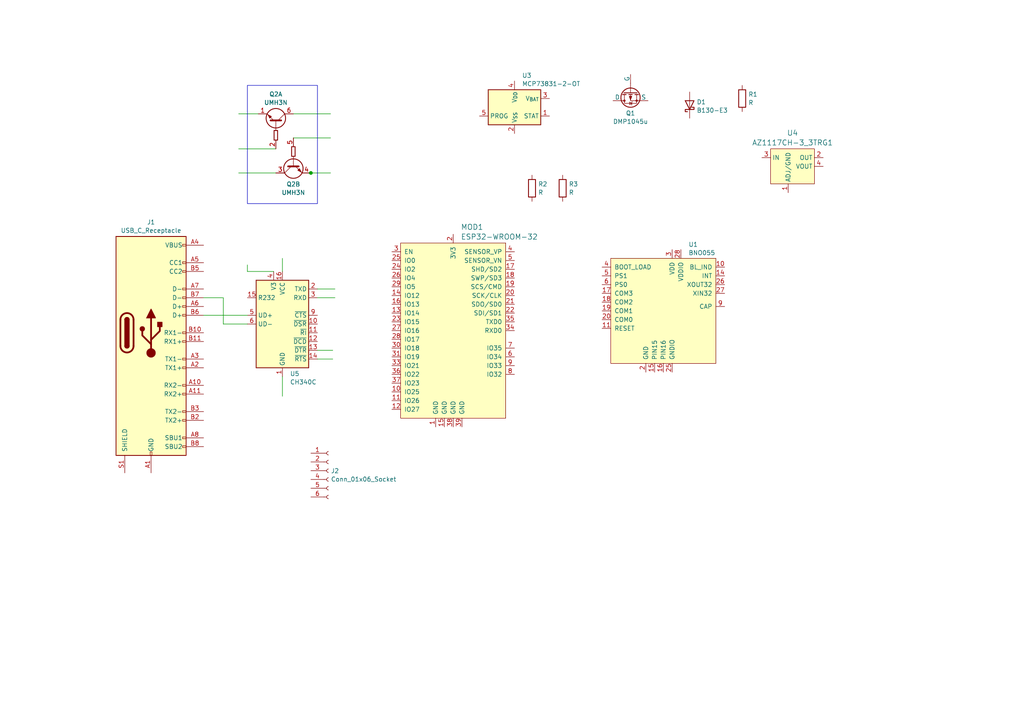
<source format=kicad_sch>
(kicad_sch (version 20230121) (generator eeschema)
  (paper "A4")
  (lib_symbols
    (symbol "Battery_Management:MCP73831-2-OT"
      (property "Reference" "U" (at -7.62 6.35 0))
      (property "Value" "MCP73831-2-OT" (at 1.27 6.35 0))
      (symbol "MCP73831-2-OT_0_1"
        (rectangle (start -7.62 5.08) (end 7.62 -5.08) (stroke (width 0.254)) (fill (type background)))
      )
      (symbol "MCP73831-2-OT_1_1"
        (pin output line (at 10.16 -2.54 180) (length 2.54) (name "STAT") (number "1"))
        (pin power_in line (at 0 -7.62 90) (length 2.54) (name "V_{SS}") (number "2"))
        (pin power_out line (at 10.16 2.54 180) (length 2.54) (name "V_{BAT}") (number "3"))
        (pin power_in line (at 0 7.62 270) (length 2.54) (name "V_{DD}") (number "4"))
        (pin input line (at -10.16 -2.54 0) (length 2.54) (name "PROG") (number "5"))
      )
    )
    (symbol "Connector:Conn_01x06_Socket" (pin_names (offset 1.016) hide)
      (property "Reference" "J" (at 0 7.62 0))
      (property "Value" "Conn_01x06_Socket" (at 0 -10.16 0))
      (symbol "Conn_01x06_Socket_1_1"
        (arc (start 0 -7.112) (mid -0.5058 -7.62) (end 0 -8.128) (stroke (width 0.1524)))
        (arc (start 0 -4.572) (mid -0.5058 -5.08) (end 0 -5.588) (stroke (width 0.1524)))
        (arc (start 0 -2.032) (mid -0.5058 -2.54) (end 0 -3.048) (stroke (width 0.1524)))
        (polyline (pts (xy -1.27 -7.62) (xy -0.508 -7.62)) (stroke (width 0.1524)))
        (polyline (pts (xy -1.27 -5.08) (xy -0.508 -5.08)) (stroke (width 0.1524)))
        (polyline (pts (xy -1.27 -2.54) (xy -0.508 -2.54)) (stroke (width 0.1524)))
        (polyline (pts (xy -1.27 0) (xy -0.508 0)) (stroke (width 0.1524)))
        (polyline (pts (xy -1.27 2.54) (xy -0.508 2.54)) (stroke (width 0.1524)))
        (polyline (pts (xy -1.27 5.08) (xy -0.508 5.08)) (stroke (width 0.1524)))
        (arc (start 0 0.508) (mid -0.5058 0) (end 0 -0.508) (stroke (width 0.1524)))
        (arc (start 0 3.048) (mid -0.5058 2.54) (end 0 2.032) (stroke (width 0.1524)))
        (arc (start 0 5.588) (mid -0.5058 5.08) (end 0 4.572) (stroke (width 0.1524)))
        (pin passive line (at -5.08 5.08 0) (length 3.81) (name "Pin_1") (number "1"))
        (pin passive line (at -5.08 2.54 0) (length 3.81) (name "Pin_2") (number "2"))
        (pin passive line (at -5.08 0 0) (length 3.81) (name "Pin_3") (number "3"))
        (pin passive line (at -5.08 -2.54 0) (length 3.81) (name "Pin_4") (number "4"))
        (pin passive line (at -5.08 -5.08 0) (length 3.81) (name "Pin_5") (number "5"))
        (pin passive line (at -5.08 -7.62 0) (length 3.81) (name "Pin_6") (number "6"))
      )
    )
    (symbol "Connector:USB_C_Receptacle" (pin_names (offset 1.016))
      (property "Reference" "J" (at -10.16 29.21 0))
      (property "Value" "USB_C_Receptacle" (at 10.16 29.21 0))
      (symbol "USB_C_Receptacle_0_0"
        (rectangle (start -0.254 -35.56) (end 0.254 -34.544))
        (rectangle (start 10.16 -32.766) (end 9.144 -33.274))
        (rectangle (start 10.16 -30.226) (end 9.144 -30.734))
        (rectangle (start 10.16 -25.146) (end 9.144 -25.654))
        (rectangle (start 10.16 -22.606) (end 9.144 -23.114))
        (rectangle (start 10.16 -17.526) (end 9.144 -18.034))
        (rectangle (start 10.16 -14.986) (end 9.144 -15.494))
        (rectangle (start 10.16 -9.906) (end 9.144 -10.414))
        (rectangle (start 10.16 -7.366) (end 9.144 -7.874))
        (rectangle (start 10.16 -2.286) (end 9.144 -2.794))
        (rectangle (start 10.16 0.254) (end 9.144 -0.254))
        (rectangle (start 10.16 5.334) (end 9.144 4.826))
        (rectangle (start 10.16 7.874) (end 9.144 7.366))
        (rectangle (start 10.16 10.414) (end 9.144 9.906))
        (rectangle (start 10.16 12.954) (end 9.144 12.446))
        (rectangle (start 10.16 18.034) (end 9.144 17.526))
        (rectangle (start 10.16 20.574) (end 9.144 20.066))
        (rectangle (start 10.16 25.654) (end 9.144 25.146))
      )
      (symbol "USB_C_Receptacle_0_1"
        (rectangle (start -10.16 27.94) (end 10.16 -35.56) (stroke (width 0.254)) (fill (type background)))
        (arc (start -8.89 -3.81) (mid -6.985 -5.7067) (end -5.08 -3.81) (stroke (width 0.508)))
        (arc (start -7.62 -3.81) (mid -6.985 -4.4423) (end -6.35 -3.81) (stroke (width 0.254)))
        (arc (start -7.62 -3.81) (mid -6.985 -4.4423) (end -6.35 -3.81) (stroke (width 0.254)) (fill (type outline)))
        (rectangle (start -7.62 -3.81) (end -6.35 3.81) (stroke (width 0.254)) (fill (type outline)))
        (arc (start -6.35 3.81) (mid -6.985 4.4423) (end -7.62 3.81) (stroke (width 0.254)))
        (arc (start -6.35 3.81) (mid -6.985 4.4423) (end -7.62 3.81) (stroke (width 0.254)) (fill (type outline)))
        (arc (start -5.08 3.81) (mid -6.985 5.7067) (end -8.89 3.81) (stroke (width 0.508)))
        (polyline (pts (xy -8.89 -3.81) (xy -8.89 3.81)) (stroke (width 0.508)))
        (polyline (pts (xy -5.08 3.81) (xy -5.08 -3.81)) (stroke (width 0.508)))
      )
      (symbol "USB_C_Receptacle_1_1"
        (circle (center -2.54 1.143) (radius 0.635) (stroke (width 0.254)) (fill (type outline)))
        (circle (center 0 -5.842) (radius 1.27) (fill (type outline)))
        (polyline (pts (xy 0 -5.842) (xy 0 4.318)) (stroke (width 0.508)))
        (polyline (pts (xy 0 -3.302) (xy -2.54 -0.762) (xy -2.54 0.508)) (stroke (width 0.508)))
        (polyline (pts (xy 0 -2.032) (xy 2.54 0.508) (xy 2.54 1.778)) (stroke (width 0.508)))
        (polyline (pts (xy -1.27 4.318) (xy 0 6.858) (xy 1.27 4.318) (xy -1.27 4.318)) (stroke (width 0.254)) (fill (type outline)))
        (rectangle (start 1.905 1.778) (end 3.175 3.048) (stroke (width 0.254)) (fill (type outline)))
        (pin passive line (at 0 -40.64 90) (length 5.08) (name "GND") (number "A1"))
        (pin bidirectional line (at 15.24 -15.24 180) (length 5.08) (name "RX2-") (number "A10"))
        (pin bidirectional line (at 15.24 -17.78 180) (length 5.08) (name "RX2+") (number "A11"))
        (pin passive line (at 0 -40.64 90) (length 5.08) hide (name "GND") (number "A12"))
        (pin bidirectional line (at 15.24 -10.16 180) (length 5.08) (name "TX1+") (number "A2"))
        (pin bidirectional line (at 15.24 -7.62 180) (length 5.08) (name "TX1-") (number "A3"))
        (pin passive line (at 15.24 25.4 180) (length 5.08) (name "VBUS") (number "A4"))
        (pin bidirectional line (at 15.24 20.32 180) (length 5.08) (name "CC1") (number "A5"))
        (pin bidirectional line (at 15.24 7.62 180) (length 5.08) (name "D+") (number "A6"))
        (pin bidirectional line (at 15.24 12.7 180) (length 5.08) (name "D-") (number "A7"))
        (pin bidirectional line (at 15.24 -30.48 180) (length 5.08) (name "SBU1") (number "A8"))
        (pin passive line (at 15.24 25.4 180) (length 5.08) hide (name "VBUS") (number "A9"))
        (pin passive line (at 0 -40.64 90) (length 5.08) hide (name "GND") (number "B1"))
        (pin bidirectional line (at 15.24 0 180) (length 5.08) (name "RX1-") (number "B10"))
        (pin bidirectional line (at 15.24 -2.54 180) (length 5.08) (name "RX1+") (number "B11"))
        (pin passive line (at 0 -40.64 90) (length 5.08) hide (name "GND") (number "B12"))
        (pin bidirectional line (at 15.24 -25.4 180) (length 5.08) (name "TX2+") (number "B2"))
        (pin bidirectional line (at 15.24 -22.86 180) (length 5.08) (name "TX2-") (number "B3"))
        (pin passive line (at 15.24 25.4 180) (length 5.08) hide (name "VBUS") (number "B4"))
        (pin bidirectional line (at 15.24 17.78 180) (length 5.08) (name "CC2") (number "B5"))
        (pin bidirectional line (at 15.24 5.08 180) (length 5.08) (name "D+") (number "B6"))
        (pin bidirectional line (at 15.24 10.16 180) (length 5.08) (name "D-") (number "B7"))
        (pin bidirectional line (at 15.24 -33.02 180) (length 5.08) (name "SBU2") (number "B8"))
        (pin passive line (at 15.24 25.4 180) (length 5.08) hide (name "VBUS") (number "B9"))
        (pin passive line (at -7.62 -40.64 90) (length 5.08) (name "SHIELD") (number "S1"))
      )
    )
    (symbol "Device:R" (pin_numbers hide) (pin_names (offset 0))
      (property "Reference" "R" (at 2.032 0 90))
      (property "Value" "R" (at 0 0 90))
      (symbol "R_0_1"
        (rectangle (start -1.016 -2.54) (end 1.016 2.54) (stroke (width 0.254)))
      )
      (symbol "R_1_1"
        (pin passive line (at 0 3.81 270) (length 1.27) (name "~") (number "1"))
        (pin passive line (at 0 -3.81 90) (length 1.27) (name "~") (number "2"))
      )
    )
    (symbol "Diode:B130-E3" (pin_numbers hide) (pin_names hide)
      (property "Reference" "D" (at 0 2.54 0))
      (property "Value" "B130-E3" (at 0 -2.54 0))
      (symbol "B130-E3_0_1"
        (polyline (pts (xy 1.27 0) (xy -1.27 0)))
        (polyline (pts (xy 1.27 1.27) (xy 1.27 -1.27) (xy -1.27 0) (xy 1.27 1.27)) (stroke (width 0.254)))
        (polyline (pts (xy -1.905 0.635) (xy -1.905 1.27) (xy -1.27 1.27) (xy -1.27 -1.27) (xy -0.635 -1.27) (xy -0.635 -0.635)) (stroke (width 0.254)))
      )
      (symbol "B130-E3_1_1"
        (pin passive line (at -3.81 0 0) (length 2.54) (name "K") (number "1"))
        (pin passive line (at 3.81 0 180) (length 2.54) (name "A") (number "2"))
      )
    )
    (symbol "Interface_USB:CH340C"
      (property "Reference" "U" (at -5.08 13.97 0))
      (property "Value" "CH340C" (at 1.27 13.97 0))
      (symbol "CH340C_0_1"
        (rectangle (start -7.62 12.7) (end 7.62 -12.7) (stroke (width 0.254)) (fill (type background)))
      )
      (symbol "CH340C_1_1"
        (pin power_in line (at 0 -15.24 90) (length 2.54) (name "GND") (number "1"))
        (pin input line (at 10.16 0 180) (length 2.54) (name "~{DSR}") (number "10"))
        (pin input line (at 10.16 -2.54 180) (length 2.54) (name "~{RI}") (number "11"))
        (pin input line (at 10.16 -5.08 180) (length 2.54) (name "~{DCD}") (number "12"))
        (pin output line (at 10.16 -7.62 180) (length 2.54) (name "~{DTR}") (number "13"))
        (pin output line (at 10.16 -10.16 180) (length 2.54) (name "~{RTS}") (number "14"))
        (pin input line (at -10.16 7.62 0) (length 2.54) (name "R232") (number "15"))
        (pin power_in line (at 0 15.24 270) (length 2.54) (name "VCC") (number "16"))
        (pin output line (at 10.16 10.16 180) (length 2.54) (name "TXD") (number "2"))
        (pin input line (at 10.16 7.62 180) (length 2.54) (name "RXD") (number "3"))
        (pin passive line (at -2.54 15.24 270) (length 2.54) (name "V3") (number "4"))
        (pin bidirectional line (at -10.16 2.54 0) (length 2.54) (name "UD+") (number "5"))
        (pin bidirectional line (at -10.16 0 0) (length 2.54) (name "UD-") (number "6"))
        (pin no_connect line (at -7.62 -7.62 0) (length 2.54) hide (name "NC") (number "7"))
        (pin no_connect line (at -7.62 -10.16 0) (length 2.54) hide (name "NC") (number "8"))
        (pin input line (at 10.16 2.54 180) (length 2.54) (name "~{CTS}") (number "9"))
      )
    )
    (symbol "Simulation_SPICE:PMOS" (pin_numbers hide) (pin_names (offset 0))
      (property "Reference" "Q" (at 5.08 1.27 0))
      (property "Value" "PMOS" (at 5.08 -1.27 0))
      (symbol "PMOS_0_1"
        (polyline (pts (xy 0.254 0) (xy -2.54 0)))
        (polyline (pts (xy 0.254 1.905) (xy 0.254 -1.905)) (stroke (width 0.254)))
        (polyline (pts (xy 0.762 -1.27) (xy 0.762 -2.286)) (stroke (width 0.254)))
        (polyline (pts (xy 0.762 0.508) (xy 0.762 -0.508)) (stroke (width 0.254)))
        (polyline (pts (xy 0.762 2.286) (xy 0.762 1.27)) (stroke (width 0.254)))
        (polyline (pts (xy 2.54 2.54) (xy 2.54 1.778)))
        (polyline (pts (xy 2.54 -2.54) (xy 2.54 0) (xy 0.762 0)))
        (polyline (pts (xy 0.762 1.778) (xy 3.302 1.778) (xy 3.302 -1.778) (xy 0.762 -1.778)))
        (polyline (pts (xy 2.286 0) (xy 1.27 0.381) (xy 1.27 -0.381) (xy 2.286 0)) (fill (type outline)))
        (polyline (pts (xy 2.794 -0.508) (xy 2.921 -0.381) (xy 3.683 -0.381) (xy 3.81 -0.254)))
        (polyline (pts (xy 3.302 -0.381) (xy 2.921 0.254) (xy 3.683 0.254) (xy 3.302 -0.381)))
        (circle (center 1.651 0) (radius 2.794) (stroke (width 0.254)))
        (circle (center 2.54 -1.778) (radius 0.254) (fill (type outline)))
        (circle (center 2.54 1.778) (radius 0.254) (fill (type outline)))
      )
      (symbol "PMOS_1_1"
        (pin passive line (at 2.54 5.08 270) (length 2.54) (name "D") (number "1"))
        (pin input line (at -5.08 0 0) (length 2.54) (name "G") (number "2"))
        (pin passive line (at 2.54 -5.08 90) (length 2.54) (name "S") (number "3"))
      )
    )
    (symbol "Transistor_BJT:UMH3N" (pin_names hide)
      (property "Reference" "Q" (at 7.62 1.27 0))
      (property "Value" "UMH3N" (at 7.62 -1.27 0))
      (symbol "UMH3N_0_1"
        (polyline (pts (xy 3.175 0) (xy 0.254 0)))
        (polyline (pts (xy 3.175 0.635) (xy 5.08 2.54)))
        (polyline (pts (xy 3.175 1.524) (xy 3.175 -1.524)) (stroke (width 0.508)))
        (polyline (pts (xy 3.175 -0.635) (xy 5.08 -2.54) (xy 5.08 -2.54)))
        (polyline (pts (xy 3.81 -1.778) (xy 4.318 -1.27) (xy 4.826 -2.286) (xy 3.81 -1.778) (xy 3.81 -1.778)) (fill (type outline)))
        (rectangle (start 0.254 0.508) (end -2.54 -0.508) (stroke (width 0.254)))
        (circle (center 3.81 0) (radius 2.8194) (stroke (width 0.254)))
      )
      (symbol "UMH3N_1_1"
        (pin passive line (at 5.08 -5.08 90) (length 2.54) (name "E1") (number "1"))
        (pin input line (at -5.08 0 0) (length 2.54) (name "B1") (number "2"))
        (pin passive line (at 5.08 5.08 270) (length 2.54) (name "C1") (number "6"))
      )
      (symbol "UMH3N_2_1"
        (pin passive line (at 5.08 5.08 270) (length 2.54) (name "C2") (number "3"))
        (pin passive line (at 5.08 -5.08 90) (length 2.54) (name "E2") (number "4"))
        (pin input line (at -5.08 0 0) (length 2.54) (name "B2") (number "5"))
      )
    )
    (symbol "dk_Motion-Sensors-IMUs-Inertial-Measurement-Units:BNO055" (pin_names (offset 1.016))
      (property "Reference" "U" (at -15.24 13.97 0))
      (property "Value" "BNO055" (at -1.27 -1.27 90))
      (symbol "BNO055_0_1"
        (rectangle (start -15.24 12.7) (end 15.24 -17.78) (fill (type background)))
      )
      (symbol "BNO055_1_1"
        (pin no_connect line (at -15.24 -10.16 0) (length 2.54) hide (name "PIN1") (number "1"))
        (pin output line (at 17.78 10.16 180) (length 2.54) (name "BL_IND") (number "10"))
        (pin input line (at -17.78 -7.62 0) (length 2.54) (name "RESET") (number "11"))
        (pin no_connect line (at 15.24 -16.51 180) (length 2.54) hide (name "PIN12") (number "12"))
        (pin no_connect line (at 15.24 -13.97 180) (length 2.54) hide (name "PIN13") (number "13"))
        (pin output line (at 17.78 7.62 180) (length 2.54) (name "INT") (number "14"))
        (pin power_in line (at -2.54 -20.32 90) (length 2.54) (name "PIN15") (number "15"))
        (pin power_in line (at 0 -20.32 90) (length 2.54) (name "PIN16") (number "16"))
        (pin input line (at -17.78 2.54 0) (length 2.54) (name "COM3") (number "17"))
        (pin input line (at -17.78 0 0) (length 2.54) (name "COM2") (number "18"))
        (pin input line (at -17.78 -2.54 0) (length 2.54) (name "COM1") (number "19"))
        (pin power_in line (at -5.08 -20.32 90) (length 2.54) (name "GND") (number "2"))
        (pin input line (at -17.78 -5.08 0) (length 2.54) (name "COM0") (number "20"))
        (pin no_connect line (at 15.24 -11.43 180) (length 2.54) hide (name "PIN21") (number "21"))
        (pin no_connect line (at 15.24 -8.89 180) (length 2.54) hide (name "PIN22") (number "22"))
        (pin no_connect line (at 15.24 -6.35 180) (length 2.54) hide (name "PIN23") (number "23"))
        (pin no_connect line (at 15.24 -3.81 180) (length 2.54) hide (name "PIN24") (number "24"))
        (pin power_in line (at 2.54 -20.32 90) (length 2.54) (name "GNDIO") (number "25"))
        (pin output line (at 17.78 5.08 180) (length 2.54) (name "XOUT32") (number "26"))
        (pin input line (at 17.78 2.54 180) (length 2.54) (name "XIN32") (number "27"))
        (pin power_in line (at 5.08 15.24 270) (length 2.54) (name "VDDIO") (number "28"))
        (pin power_in line (at 2.54 15.24 270) (length 2.54) (name "VDD") (number "3"))
        (pin input line (at -17.78 10.16 0) (length 2.54) (name "BOOT_LOAD") (number "4"))
        (pin input line (at -17.78 7.62 0) (length 2.54) (name "PS1") (number "5"))
        (pin input line (at -17.78 5.08 0) (length 2.54) (name "PS0") (number "6"))
        (pin no_connect line (at -15.24 -12.7 0) (length 2.54) hide (name "PIN7") (number "7"))
        (pin no_connect line (at -15.24 -15.24 0) (length 2.54) hide (name "PIN8") (number "8"))
        (pin passive line (at 17.78 -1.27 180) (length 2.54) (name "CAP") (number "9"))
      )
    )
    (symbol "dk_PMIC-Voltage-Regulators-Linear:AZ1117CH-3_3TRG1"
      (property "Reference" "U" (at 1.27 3.81 0))
      (property "Value" "AZ1117CH-3_3TRG1" (at 1.27 6.35 0))
      (symbol "AZ1117CH-3_3TRG1_0_1"
        (rectangle (start -5.08 2.54) (end 7.62 -7.62) (fill (type background)))
      )
      (symbol "AZ1117CH-3_3TRG1_1_1"
        (pin power_in line (at 0 -10.16 90) (length 2.54) (name "ADJ/GND") (number "1"))
        (pin power_out line (at 10.16 0 180) (length 2.54) (name "OUT") (number "2"))
        (pin power_in line (at -7.62 0 0) (length 2.54) (name "IN") (number "3"))
        (pin power_out line (at 10.16 -2.54 180) (length 2.54) (name "VOUT") (number "4"))
      )
    )
    (symbol "dk_RF-Transceiver-Modules:ESP32-WROOM-32" (pin_names (offset 1.016))
      (property "Reference" "MOD" (at -10.16 1.27 0))
      (property "Value" "ESP32-WROOM-32" (at 5.08 -25.4 90))
      (symbol "ESP32-WROOM-32_0_1"
        (rectangle (start -10.16 0) (end 20.32 -50.8) (fill (type background)))
      )
      (symbol "ESP32-WROOM-32_1_1"
        (pin power_in line (at 0 -53.34 90) (length 2.54) (name "GND") (number "1"))
        (pin bidirectional line (at -12.7 -43.18 0) (length 2.54) (name "IO25") (number "10"))
        (pin bidirectional line (at -12.7 -45.72 0) (length 2.54) (name "IO26") (number "11"))
        (pin bidirectional line (at -12.7 -48.26 0) (length 2.54) (name "IO27") (number "12"))
        (pin bidirectional line (at -12.7 -20.32 0) (length 2.54) (name "IO14") (number "13"))
        (pin bidirectional line (at -12.7 -15.24 0) (length 2.54) (name "IO12") (number "14"))
        (pin power_in line (at 2.54 -53.34 90) (length 2.54) (name "GND") (number "15"))
        (pin bidirectional line (at -12.7 -17.78 0) (length 2.54) (name "IO13") (number "16"))
        (pin bidirectional line (at 22.86 -7.62 180) (length 2.54) (name "SHD/SD2") (number "17"))
        (pin bidirectional line (at 22.86 -10.16 180) (length 2.54) (name "SWP/SD3") (number "18"))
        (pin bidirectional line (at 22.86 -12.7 180) (length 2.54) (name "SCS/CMD") (number "19"))
        (pin power_in line (at 5.08 2.54 270) (length 2.54) (name "3V3") (number "2"))
        (pin bidirectional line (at 22.86 -15.24 180) (length 2.54) (name "SCK/CLK") (number "20"))
        (pin bidirectional line (at 22.86 -17.78 180) (length 2.54) (name "SDO/SD0") (number "21"))
        (pin bidirectional line (at 22.86 -20.32 180) (length 2.54) (name "SDI/SD1") (number "22"))
        (pin bidirectional line (at -12.7 -22.86 0) (length 2.54) (name "IO15") (number "23"))
        (pin bidirectional line (at -12.7 -7.62 0) (length 2.54) (name "IO2") (number "24"))
        (pin bidirectional line (at -12.7 -5.08 0) (length 2.54) (name "IO0") (number "25"))
        (pin bidirectional line (at -12.7 -10.16 0) (length 2.54) (name "IO4") (number "26"))
        (pin bidirectional line (at -12.7 -25.4 0) (length 2.54) (name "IO16") (number "27"))
        (pin bidirectional line (at -12.7 -27.94 0) (length 2.54) (name "IO17") (number "28"))
        (pin bidirectional line (at -12.7 -12.7 0) (length 2.54) (name "IO5") (number "29"))
        (pin input line (at -12.7 -2.54 0) (length 2.54) (name "EN") (number "3"))
        (pin bidirectional line (at -12.7 -30.48 0) (length 2.54) (name "IO18") (number "30"))
        (pin bidirectional line (at -12.7 -33.02 0) (length 2.54) (name "IO19") (number "31"))
        (pin no_connect line (at 20.32 -43.18 180) (length 2.54) hide (name "NC") (number "32"))
        (pin bidirectional line (at -12.7 -35.56 0) (length 2.54) (name "IO21") (number "33"))
        (pin bidirectional line (at 22.86 -25.4 180) (length 2.54) (name "RXD0") (number "34"))
        (pin bidirectional line (at 22.86 -22.86 180) (length 2.54) (name "TXD0") (number "35"))
        (pin bidirectional line (at -12.7 -38.1 0) (length 2.54) (name "IO22") (number "36"))
        (pin bidirectional line (at -12.7 -40.64 0) (length 2.54) (name "IO23") (number "37"))
        (pin power_in line (at 5.08 -53.34 90) (length 2.54) (name "GND") (number "38"))
        (pin power_in line (at 7.62 -53.34 90) (length 2.54) (name "GND") (number "39"))
        (pin input line (at 22.86 -2.54 180) (length 2.54) (name "SENSOR_VP") (number "4"))
        (pin input line (at 22.86 -5.08 180) (length 2.54) (name "SENSOR_VN") (number "5"))
        (pin bidirectional line (at 22.86 -33.02 180) (length 2.54) (name "IO34") (number "6"))
        (pin bidirectional line (at 22.86 -30.48 180) (length 2.54) (name "IO35") (number "7"))
        (pin bidirectional line (at 22.86 -38.1 180) (length 2.54) (name "IO32") (number "8"))
        (pin bidirectional line (at 22.86 -35.56 180) (length 2.54) (name "IO33") (number "9"))
      )
    )
  )
  (junction (at 90.17 50.165))
  (wire (pts (xy 71.755 76.835) (xy 71.755 78.74)))
  (wire (pts (xy 59.055 91.44) (xy 71.755 91.44)))
  (wire (pts (xy 85.09 40.005) (xy 95.885 40.005)))
  (wire (pts (xy 81.915 74.93) (xy 81.915 78.74)))
  (wire (pts (xy 92.075 104.14) (xy 96.52 104.14)))
  (wire (pts (xy 92.075 83.82) (xy 97.155 83.82)))
  (wire (pts (xy 64.77 86.36) (xy 64.77 93.98)))
  (wire (pts (xy 59.055 86.36) (xy 64.77 86.36)))
  (wire (pts (xy 89.535 50.165) (xy 90.17 50.165)))
  (wire (pts (xy 64.77 93.98) (xy 71.755 93.98)))
  (wire (pts (xy 90.17 50.165) (xy 95.885 50.165)))
  (wire (pts (xy 92.075 86.36) (xy 97.155 86.36)))
  (wire (pts (xy 79.375 78.74) (xy 71.755 78.74)))
  (wire (pts (xy 92.075 101.6) (xy 96.52 101.6)))
  (wire (pts (xy 69.215 50.165) (xy 80.01 50.165)))
  (wire (pts (xy 69.215 43.18) (xy 80.01 43.18)))
  (wire (pts (xy 69.215 33.02) (xy 74.93 33.02)))
  (wire (pts (xy 81.915 109.22) (xy 81.915 114.935)))
  (wire (pts (xy 85.09 33.02) (xy 95.885 33.02)))
  (rectangle (start 71.755 24.765) (end 92.075 59.055))
  (symbol (lib_id "Connector:Conn_01x06_Socket") (at 95.25 136.525 0) (unit 1)
    (property "Reference" "J2" (at 95.9612 136.5829 0) (effects (justify left)))
    (property "Value" "Conn_01x06_Socket" (at 95.9612 139.0071 0) (effects (justify left)))
    (property "Footprint" "Connector_JST:JST_SHL_SM06B-SHLS-TF_1x06-1MP_P1.00mm_Horizontal" (effects hide))
  )
  (symbol (lib_id "Simulation_SPICE:PMOS") (at 182.88 26.67 90) (mirror x) (unit 1)
    (property "Reference" "Q1" (at 182.88 32.8351 90))
    (property "Value" "DMP1045u" (at 182.88 35.2593 90))
    (property "Footprint" "Package_TO_SOT_SMD:SOT-23-3" (effects hide))
    (property "Datasheet" "https://ngspice.sourceforge.io/docs/ngspice-manual.pdf" (effects hide))
    (property "Sim.Device" "PMOS" (effects hide))
    (property "Sim.Type" "VDMOS" (effects hide))
    (property "Sim.Pins" "1=D 2=G 3=S" (effects hide))
  )
  (symbol (lib_id "Device:R") (at 215.265 28.575 0) (unit 1)
    (property "Reference" "R1" (at 217.043 27.3629 0) (effects (justify left)))
    (property "Value" "R" (at 217.043 29.7871 0) (effects (justify left)))
    (property "Footprint" "Resistor_SMD:R_0603_1608Metric" (effects hide))
  )
  (symbol (lib_id "Interface_USB:CH340C") (at 81.915 93.98 0) (unit 1)
    (property "Reference" "U5" (at 84.1091 108.4001 0) (effects (justify left)))
    (property "Value" "CH340C" (at 84.1091 110.8243 0) (effects (justify left)))
    (property "Footprint" "Package_SO:SOIC-16_3.9x9.9mm_P1.27mm" (effects hide))
    (property "Datasheet" "https://datasheet.lcsc.com/szlcsc/Jiangsu-Qin-Heng-CH340C_C84681.pdf" (effects hide))
  )
  (symbol (lib_id "Device:R") (at 163.195 54.61 0) (unit 1)
    (property "Reference" "R3" (at 164.973 53.3979 0) (effects (justify left)))
    (property "Value" "R" (at 164.973 55.8221 0) (effects (justify left)))
    (property "Footprint" "Resistor_SMD:R_0603_1608Metric" (effects hide))
  )
  (symbol (lib_id "Diode:B130-E3") (at 200.025 30.48 90) (unit 1)
    (property "Reference" "D1" (at 202.057 29.5854 90) (effects (justify right)))
    (property "Value" "B130-E3" (at 202.057 32.0096 90) (effects (justify right)))
    (property "Footprint" "Diode_SMD:D_SMA" (effects hide))
    (property "Datasheet" "http://www.vishay.com/docs/88946/b120.pdf" (effects hide))
  )
  (symbol (lib_id "Transistor_BJT:UMH3N") (at 85.09 45.085 90) (mirror x) (unit 2)
    (property "Reference" "Q2" (at 85.09 53.4345 90))
    (property "Value" "UMH3N" (at 85.09 55.8587 90))
    (property "Footprint" "Package_TO_SOT_SMD:SOT-363_SC-70-6" (effects hide))
    (property "Datasheet" "http://rohmfs.rohm.com/en/products/databook/datasheet/discrete/transistor/digital/emh3t2r-e.pdf" (effects hide))
  )
  (symbol (lib_id "dk_PMIC-Voltage-Regulators-Linear:AZ1117CH-3_3TRG1") (at 228.6 45.72 0) (unit 1)
    (property "Reference" "U4" (at 229.87 38.5498 0) (effects (font (size 1.524 1.524))))
    (property "Value" "AZ1117CH-3_3TRG1" (at 229.87 41.3826 0) (effects (font (size 1.524 1.524))))
    (property "Footprint" "digikey-footprints:SOT-223" (effects hide))
    (property "Datasheet" "https://www.diodes.com/assets/Datasheets/AZ1117C.pdf" (effects hide))
    (property "Digi-Key_PN" "AZ1117CH-3.3TRG1DICT-ND" (effects hide))
    (property "MPN" "AZ1117CH-3.3TRG1" (effects hide))
    (property "Category" "Integrated Circuits (ICs)" (effects hide))
    (property "Family" "PMIC - Voltage Regulators - Linear" (effects hide))
    (property "DK_Datasheet_Link" "https://www.diodes.com/assets/Datasheets/AZ1117C.pdf" (effects hide))
    (property "DK_Detail_Page" "/product-detail/en/diodes-incorporated/AZ1117CH-3.3TRG1/AZ1117CH-3.3TRG1DICT-ND/4505206" (effects hide))
    (property "Description" "IC REG LINEAR 3.3V 800MA SOT223" (effects hide))
    (property "Manufacturer" "Diodes Incorporated" (effects hide))
    (property "Status" "Active" (effects hide))
  )
  (symbol (lib_id "dk_RF-Transceiver-Modules:ESP32-WROOM-32") (at 126.365 70.485 0) (unit 1)
    (property "Reference" "MOD1" (at 133.6391 65.8548 0) (effects (font (size 1.524 1.524)) (justify left)))
    (property "Value" "ESP32-WROOM-32" (at 133.6391 68.6876 0) (effects (font (size 1.524 1.524)) (justify left)))
    (property "Footprint" "digikey-footprints:ESP32-WROOM-32D" (effects hide))
    (property "Datasheet" "https://www.espressif.com/sites/default/files/documentation/esp32-wroom-32_datasheet_en.pdf" (effects hide))
    (property "Digi-Key_PN" "1904-1010-1-ND" (effects hide))
    (property "MPN" "ESP32-WROOM-32" (effects hide))
    (property "Category" "RF/IF and RFID" (effects hide))
    (property "Family" "RF Transceiver Modules" (effects hide))
    (property "DK_Datasheet_Link" "https://www.espressif.com/sites/default/files/documentation/esp32-wroom-32_datasheet_en.pdf" (effects hide))
    (property "DK_Detail_Page" "/product-detail/en/espressif-systems/ESP32-WROOM-32/1904-1010-1-ND/8544305" (effects hide))
    (property "Description" "SMD MODULE, ESP32-D0WDQ6, 32MBIT" (effects hide))
    (property "Manufacturer" "Espressif Systems" (effects hide))
    (property "Status" "Active" (effects hide))
  )
  (symbol (lib_id "Device:R") (at 154.305 54.61 0) (unit 1)
    (property "Reference" "R2" (at 156.083 53.3979 0) (effects (justify left)))
    (property "Value" "R" (at 156.083 55.8221 0) (effects (justify left)))
    (property "Footprint" "Resistor_SMD:R_0603_1608Metric" (effects hide))
  )
  (symbol (lib_id "dk_Motion-Sensors-IMUs-Inertial-Measurement-Units:BNO055") (at 192.405 87.63 0) (unit 1)
    (property "Reference" "U1" (at 199.6791 70.9127 0) (effects (justify left)))
    (property "Value" "BNO055" (at 199.6791 73.3369 0) (effects (justify left)))
    (property "Footprint" "digikey-footprints:LGA-28_5.2x3.8mm_BNO0055" (effects hide))
    (property "Datasheet" "https://ae-bst.resource.bosch.com/media/_tech/media/datasheets/BST-BNO055-DS000.pdf" (effects hide))
    (property "Digi-Key_PN" "828-1058-1-ND" (effects hide))
    (property "MPN" "BNO055" (effects hide))
    (property "Category" "Sensors, Transducers" (effects hide))
    (property "Family" "Motion Sensors - IMUs (Inertial Measurement Units)" (effects hide))
    (property "DK_Datasheet_Link" "https://ae-bst.resource.bosch.com/media/_tech/media/datasheets/BST-BNO055-DS000.pdf" (effects hide))
    (property "DK_Detail_Page" "/product-detail/en/bosch-sensortec/BNO055/828-1058-1-ND/6136309" (effects hide))
    (property "Description" "IMU ACCEL/GYRO/MAG I2C 28LGA" (effects hide))
    (property "Manufacturer" "Bosch Sensortec" (effects hide))
    (property "Status" "Active" (effects hide))
  )
  (symbol (lib_id "Connector:USB_C_Receptacle") (at 43.815 96.52 0) (unit 1)
    (property "Reference" "J1" (at 43.815 64.4357 0))
    (property "Value" "USB_C_Receptacle" (at 43.815 66.8599 0))
    (property "Footprint" "Connector_USB:USB_C_Receptacle_GCT_USB4110" (effects hide))
    (property "Datasheet" "https://www.usb.org/sites/default/files/documents/usb_type-c.zip" (effects hide))
  )
  (symbol (lib_id "Battery_Management:MCP73831-2-OT") (at 149.225 31.115 0) (unit 1)
    (property "Reference" "U3" (at 151.4191 21.8907 0) (effects (justify left)))
    (property "Value" "MCP73831-2-OT" (at 151.4191 24.3149 0) (effects (justify left)))
    (property "Footprint" "Package_TO_SOT_SMD:SOT-23-5" (effects hide))
    (property "Datasheet" "http://ww1.microchip.com/downloads/en/DeviceDoc/20001984g.pdf" (effects hide))
  )
  (symbol (lib_id "Transistor_BJT:UMH3N") (at 80.01 38.1 270) (mirror x) (unit 1)
    (property "Reference" "Q2" (at 80.01 27.3263 90))
    (property "Value" "UMH3N" (at 80.01 29.7505 90))
    (property "Footprint" "Package_TO_SOT_SMD:SOT-363_SC-70-6" (effects hide))
    (property "Datasheet" "http://rohmfs.rohm.com/en/products/databook/datasheet/discrete/transistor/digital/emh3t2r-e.pdf" (effects hide))
  )
)
</source>
